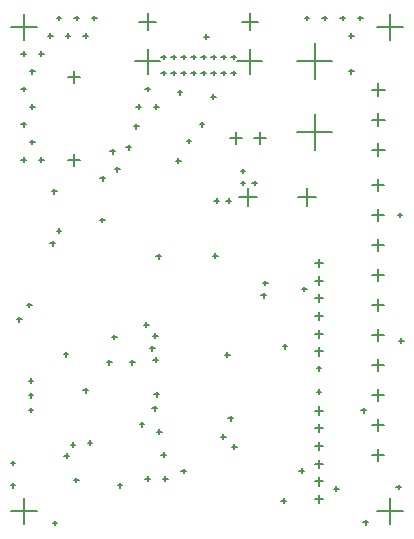
<source format=gbr>
%TF.GenerationSoftware,Altium Limited,Altium Designer,26.2.0 (7)*%
G04 Layer_Color=128*
%FSLAX45Y45*%
%MOMM*%
%TF.SameCoordinates,1220A514-1184-4156-BF0E-9310A74DF62C*%
%TF.FilePolarity,Positive*%
%TF.FileFunction,Drillmap*%
%TF.Part,Single*%
G01*
G75*
%TA.AperFunction,NonConductor*%
%ADD52C,0.12700*%
D52*
X10275000Y10200000D02*
X10375000D01*
X10325000Y10150000D02*
Y10250000D01*
X10275000Y10900000D02*
X10375000D01*
X10325000Y10850000D02*
Y10950000D01*
X12215000Y11037500D02*
X12515000D01*
X12365000Y10887500D02*
Y11187500D01*
X12215000Y10437500D02*
X12515000D01*
X12365000Y10287500D02*
Y10587500D01*
X12225000Y9882500D02*
X12375000D01*
X12300000Y9807500D02*
Y9957500D01*
X11725000Y9882500D02*
X11875000D01*
X11800000Y9807500D02*
Y9957500D01*
X11850000Y10387500D02*
X11950000D01*
X11900000Y10337500D02*
Y10437500D01*
X12367500Y8077500D02*
X12437500D01*
X12402500Y8042500D02*
Y8112500D01*
X12367500Y7927500D02*
X12437500D01*
X12402500Y7892500D02*
Y7962500D01*
X12367500Y7777500D02*
X12437500D01*
X12402500Y7742500D02*
Y7812500D01*
X12367500Y7327500D02*
X12437500D01*
X12402500Y7292500D02*
Y7362500D01*
X12367500Y7627500D02*
X12437500D01*
X12402500Y7592500D02*
Y7662500D01*
X12367500Y7477500D02*
X12437500D01*
X12402500Y7442500D02*
Y7512500D01*
X12367500Y9327501D02*
X12437500D01*
X12402500Y9292501D02*
Y9362500D01*
X12367500Y9177501D02*
X12437500D01*
X12402500Y9142501D02*
Y9212500D01*
X12367500Y9027501D02*
X12437500D01*
X12402500Y8992501D02*
Y9062501D01*
X12367500Y8577500D02*
X12437500D01*
X12402500Y8542500D02*
Y8612500D01*
X12367500Y8877500D02*
X12437500D01*
X12402500Y8842500D02*
Y8912500D01*
X12367500Y8727500D02*
X12437500D01*
X12402500Y8692501D02*
Y8762500D01*
X12847501Y10537500D02*
X12957500D01*
X12902499Y10482500D02*
Y10592500D01*
X12851500Y7697500D02*
X12953500D01*
X12902499Y7646500D02*
Y7748500D01*
X11660000Y10935000D02*
X11700000D01*
X11680000Y10915000D02*
Y10955000D01*
X11065000Y10935000D02*
X11105000D01*
X11085000Y10915000D02*
Y10955000D01*
X11065000Y11070000D02*
X11105000D01*
X11085000Y11050000D02*
Y11090000D01*
X11660000Y11070000D02*
X11700000D01*
X11680000Y11050000D02*
Y11090000D01*
X12851500Y9729500D02*
X12953500D01*
X12902499Y9678500D02*
Y9780500D01*
X12847501Y10283500D02*
X12957500D01*
X12902499Y10228500D02*
Y10338500D01*
X12851500Y8713500D02*
X12953500D01*
X12902499Y8662500D02*
Y8764500D01*
X12851500Y8459500D02*
X12953500D01*
X12902499Y8408500D02*
Y8510500D01*
X11575000Y11070000D02*
X11615000D01*
X11595000Y11050000D02*
Y11090000D01*
X11490000Y11070000D02*
X11530000D01*
X11510000Y11050000D02*
Y11090000D01*
X11405000Y11070000D02*
X11445000D01*
X11425000Y11050000D02*
Y11090000D01*
X11320000Y11070000D02*
X11360000D01*
X11340000Y11050000D02*
Y11090000D01*
X11235000Y11070000D02*
X11275000D01*
X11255000Y11050000D02*
Y11090000D01*
X11150000Y11070000D02*
X11190000D01*
X11170000Y11050000D02*
Y11090000D01*
X11150000Y10935000D02*
X11190000D01*
X11170000Y10915000D02*
Y10955000D01*
X11235000Y10935000D02*
X11275000D01*
X11255000Y10915000D02*
Y10955000D01*
X11320000Y10935000D02*
X11360000D01*
X11340000Y10915000D02*
Y10955000D01*
X11405000Y10935000D02*
X11445000D01*
X11425000Y10915000D02*
Y10955000D01*
X11490000Y10935000D02*
X11530000D01*
X11510000Y10915000D02*
Y10955000D01*
X11575000Y10935000D02*
X11615000D01*
X11595000Y10915000D02*
Y10955000D01*
X10845000Y11033000D02*
X11055000D01*
X10950000Y10928000D02*
Y11138000D01*
X11710000Y11033000D02*
X11920000D01*
X11815000Y10928000D02*
Y11138000D01*
X10880000Y11371000D02*
X11020000D01*
X10950000Y11301000D02*
Y11441000D01*
X11745000Y11371000D02*
X11885000D01*
X11815000Y11301000D02*
Y11441000D01*
X12851500Y9221500D02*
X12953500D01*
X12902499Y9170500D02*
Y9272500D01*
X12851500Y9475500D02*
X12953500D01*
X12902499Y9424500D02*
Y9526500D01*
X12851500Y9983500D02*
X12953500D01*
X12902499Y9932500D02*
Y10034500D01*
X12851500Y8967500D02*
X12953500D01*
X12902499Y8916500D02*
Y9018500D01*
X12851500Y7951500D02*
X12953500D01*
X12902499Y7900500D02*
Y8002500D01*
X12851500Y8205500D02*
X12953500D01*
X12902499Y8154500D02*
Y8256500D01*
X9792500Y11327500D02*
X10012500D01*
X9902500Y11217500D02*
Y11437500D01*
X12892500Y7227500D02*
X13112500D01*
X13002499Y7117500D02*
Y7337500D01*
X9792500Y7227500D02*
X10012500D01*
X9902500Y7117500D02*
Y7337500D01*
X12892500Y11327500D02*
X13112500D01*
X13002499Y11217500D02*
Y11437500D01*
X12847501Y10791500D02*
X12957500D01*
X12902499Y10736500D02*
Y10846500D01*
X11650000Y10387500D02*
X11750000D01*
X11700000Y10337500D02*
Y10437500D01*
X11837500Y10005000D02*
X11877500D01*
X11857500Y9985000D02*
Y10025000D01*
X11737500Y10005000D02*
X11777500D01*
X11757500Y9985000D02*
Y10025000D01*
X11737500Y10105000D02*
X11777500D01*
X11757500Y10085000D02*
Y10125000D01*
X11515000Y9855000D02*
X11555000D01*
X11535000Y9835000D02*
Y9875000D01*
X11615000Y9855000D02*
X11655000D01*
X11635000Y9835000D02*
Y9875000D01*
X11632500Y8012500D02*
X11672500D01*
X11652500Y7992500D02*
Y8032500D01*
X10990000Y8095000D02*
X11030000D01*
X11010000Y8075000D02*
Y8115000D01*
X10969226Y8603020D02*
X11009226D01*
X10989226Y8583020D02*
Y8623020D01*
X11007500Y8215000D02*
X11047500D01*
X11027500Y8195000D02*
Y8235000D01*
X10995000Y8710000D02*
X11035000D01*
X11015000Y8690000D02*
Y8730000D01*
X10997500Y8507500D02*
X11037500D01*
X11017500Y8487500D02*
Y8527500D01*
X11030000Y7900000D02*
X11070000D01*
X11050000Y7880000D02*
Y7920000D01*
X12380000Y8435000D02*
X12420000D01*
X12400000Y8415000D02*
Y8455000D01*
X11079997Y7499998D02*
X11119997D01*
X11099997Y7479998D02*
Y7519998D01*
X12579996Y11399997D02*
X12619996D01*
X12599996Y11379997D02*
Y11419996D01*
X12729996Y11399997D02*
X12769996D01*
X12749996Y11379997D02*
Y11419996D01*
X9879997Y10799997D02*
X9919997D01*
X9899997Y10779997D02*
Y10819997D01*
X11604996Y8549997D02*
X11644996D01*
X11624996Y8529997D02*
Y8569997D01*
X10929997Y10799997D02*
X10969997D01*
X10949997Y10779997D02*
Y10819997D01*
X10404997Y8249997D02*
X10444997D01*
X10424997Y8229998D02*
Y8269997D01*
X9879997Y10199997D02*
X9919997D01*
X9899997Y10179997D02*
Y10219997D01*
X10854997Y10649997D02*
X10894996D01*
X10874997Y10629997D02*
Y10669997D01*
X10179997Y11399997D02*
X10219997D01*
X10199997Y11379997D02*
Y11419996D01*
X12279996Y11399997D02*
X12319996D01*
X12299996Y11379997D02*
Y11419996D01*
X9879997Y10499997D02*
X9919997D01*
X9899997Y10479997D02*
Y10519997D01*
X9879997Y11099997D02*
X9919997D01*
X9899997Y11079997D02*
Y11119997D01*
X12654996Y11249997D02*
X12694996D01*
X12674996Y11229997D02*
Y11269997D01*
X10479997Y11399997D02*
X10519997D01*
X10499997Y11379997D02*
Y11419996D01*
X11004997Y10649997D02*
X11044996D01*
X11024996Y10629997D02*
Y10669997D01*
X10404997Y11249997D02*
X10444997D01*
X10424997Y11229997D02*
Y11269997D01*
X9954997Y10649997D02*
X9994997D01*
X9974997Y10629997D02*
Y10669997D01*
X10929997Y7499998D02*
X10969997D01*
X10949997Y7479998D02*
Y7519998D01*
X12654996Y10949997D02*
X12694996D01*
X12674996Y10929997D02*
Y10969997D01*
X10029997Y10199997D02*
X10069997D01*
X10049997Y10179997D02*
Y10219997D01*
X10104997Y11249997D02*
X10144997D01*
X10124997Y11229997D02*
Y11269997D01*
X10029997Y11099997D02*
X10069997D01*
X10049997Y11079997D02*
Y11119997D01*
X9954997Y10949997D02*
X9994997D01*
X9974997Y10929997D02*
Y10969997D01*
X10329997Y11399997D02*
X10369997D01*
X10349997Y11379997D02*
Y11419996D01*
X10179997Y9599997D02*
X10219997D01*
X10199997Y9579997D02*
Y9619997D01*
X10254997Y11249997D02*
X10294997D01*
X10274997Y11229997D02*
Y11269997D01*
X9954997Y10349997D02*
X9994997D01*
X9974997Y10329997D02*
Y10369997D01*
X12429996Y11399997D02*
X12469996D01*
X12449996Y11379997D02*
Y11419996D01*
X10550000Y10042500D02*
X10590000D01*
X10570000Y10022500D02*
Y10062500D01*
X10672500Y10120000D02*
X10712500D01*
X10692500Y10100000D02*
Y10140000D01*
X10882500Y7960000D02*
X10922500D01*
X10902500Y7940000D02*
Y7980000D01*
X11487500Y10735000D02*
X11527500D01*
X11507500Y10715000D02*
Y10755000D01*
X10140000Y9932500D02*
X10180000D01*
X10160000Y9912500D02*
Y9952500D01*
X10127500Y9492500D02*
X10167500D01*
X10147500Y9472500D02*
Y9512500D01*
X10547500Y9690000D02*
X10587500D01*
X10567500Y9670000D02*
Y9710000D01*
X11022500Y9382500D02*
X11062500D01*
X11042500Y9362500D02*
Y9402500D01*
X10920000Y8805000D02*
X10960000D01*
X10940000Y8785000D02*
Y8825000D01*
X10647500Y8700000D02*
X10687500D01*
X10667500Y8680000D02*
Y8720000D01*
X10240000Y8552500D02*
X10280000D01*
X10260000Y8532500D02*
Y8572500D01*
X10245000Y7695000D02*
X10285000D01*
X10265000Y7675000D02*
Y7715000D01*
X10325000Y7490000D02*
X10365000D01*
X10345000Y7470000D02*
Y7510000D01*
X10605000Y8485000D02*
X10645000D01*
X10625000Y8465000D02*
Y8505000D01*
X10800000Y8485000D02*
X10840000D01*
X10820000Y8465000D02*
Y8505000D01*
X12235000Y7567500D02*
X12275000D01*
X12255000Y7547500D02*
Y7587500D01*
X12527500Y7415000D02*
X12567500D01*
X12547500Y7395000D02*
Y7435000D01*
X12760000Y8080000D02*
X12800000D01*
X12780000Y8060000D02*
Y8100000D01*
X12380000Y8237500D02*
X12420000D01*
X12400000Y8217500D02*
Y8257500D01*
X12257500Y9107500D02*
X12297500D01*
X12277500Y9087500D02*
Y9127500D01*
X12092500Y8620000D02*
X12132500D01*
X12112500Y8600000D02*
Y8640000D01*
X11912500Y9052500D02*
X11952500D01*
X11932500Y9032500D02*
Y9072500D01*
X11502500Y9387500D02*
X11542500D01*
X11522500Y9367500D02*
Y9407500D01*
X11925000Y9157500D02*
X11965000D01*
X11945000Y9137500D02*
Y9177500D01*
X13067500Y9732500D02*
X13107500D01*
X13087500Y9712500D02*
Y9752500D01*
X11427500Y11242500D02*
X11467500D01*
X11447500Y11222500D02*
Y11262500D01*
X11390000Y10500000D02*
X11430000D01*
X11410000Y10480000D02*
Y10520000D01*
X11280000Y10360000D02*
X11320000D01*
X11300000Y10340000D02*
Y10380000D01*
X11190000Y10192500D02*
X11230000D01*
X11210000Y10172500D02*
Y10212500D01*
X11205000Y10772500D02*
X11245000D01*
X11225000Y10752500D02*
Y10792500D01*
X10835000Y10482500D02*
X10875000D01*
X10855000Y10462500D02*
Y10502500D01*
X10770000Y10307500D02*
X10810000D01*
X10790000Y10287500D02*
Y10327500D01*
X9845000Y8850000D02*
X9885000D01*
X9865000Y8830000D02*
Y8870000D01*
X13077499Y8667500D02*
X13117500D01*
X13097501Y8647500D02*
Y8687500D01*
X13055000Y7430000D02*
X13095000D01*
X13075000Y7410000D02*
Y7450000D01*
X12777500Y7132500D02*
X12817500D01*
X12797500Y7112500D02*
Y7152500D01*
X9790000Y7445000D02*
X9830000D01*
X9810000Y7425000D02*
Y7465000D01*
X10145000Y7125000D02*
X10185000D01*
X10165000Y7105000D02*
Y7145000D01*
X10695000Y7445000D02*
X10735000D01*
X10715000Y7425000D02*
Y7465000D01*
X9790000Y7632500D02*
X9830000D01*
X9810000Y7612500D02*
Y7652500D01*
X11235000Y7565000D02*
X11275000D01*
X11255000Y7545000D02*
Y7585000D01*
X9942500Y8330000D02*
X9982500D01*
X9962500Y8310000D02*
Y8350000D01*
X9942500Y8207500D02*
X9982500D01*
X9962500Y8187500D02*
Y8227500D01*
X12082500Y7315000D02*
X12122500D01*
X12102500Y7295000D02*
Y7335000D01*
X10442500Y7805000D02*
X10482500D01*
X10462500Y7785000D02*
Y7825000D01*
X10297500Y7787500D02*
X10337500D01*
X10317500Y7767500D02*
Y7807500D01*
X11065000Y7705000D02*
X11105000D01*
X11085000Y7685000D02*
Y7725000D01*
X9927500Y8970000D02*
X9967500D01*
X9947500Y8950000D02*
Y8990000D01*
X11665000Y7770000D02*
X11705000D01*
X11685000Y7750000D02*
Y7790000D01*
X9942500Y8082500D02*
X9982500D01*
X9962500Y8062500D02*
Y8102500D01*
X10635000Y10272499D02*
X10675000D01*
X10655000Y10252499D02*
Y10292499D01*
X11570000Y7857500D02*
X11610000D01*
X11590000Y7837500D02*
Y7877500D01*
%TF.MD5,94c0515c230be571a7d1434f7d5cd7fb*%
M02*

</source>
